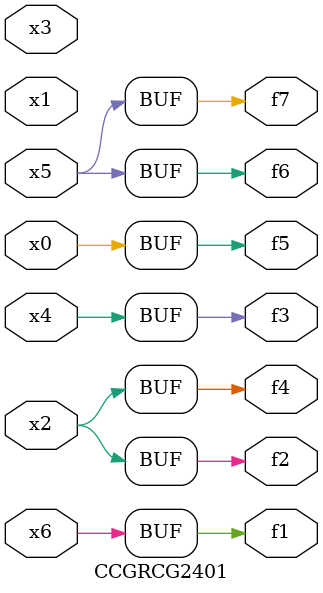
<source format=v>
module CCGRCG2401(
	input x0, x1, x2, x3, x4, x5, x6,
	output f1, f2, f3, f4, f5, f6, f7
);
	assign f1 = x6;
	assign f2 = x2;
	assign f3 = x4;
	assign f4 = x2;
	assign f5 = x0;
	assign f6 = x5;
	assign f7 = x5;
endmodule

</source>
